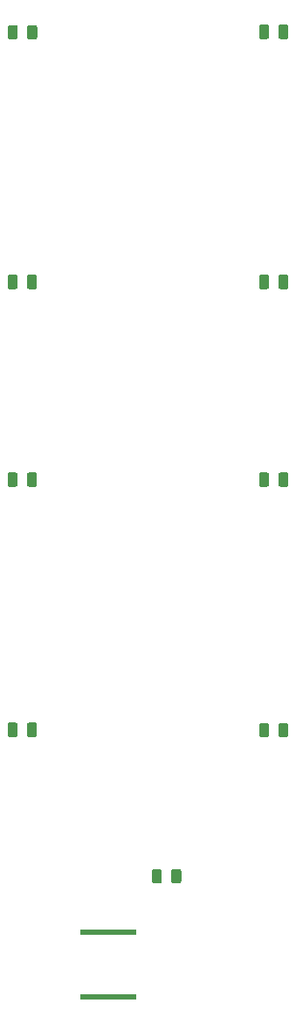
<source format=gbr>
G04 #@! TF.GenerationSoftware,KiCad,Pcbnew,(5.1.5)-3*
G04 #@! TF.CreationDate,2021-01-10T16:49:42-06:00*
G04 #@! TF.ProjectId,Controls-LightingPCB,436f6e74-726f-46c7-932d-4c6967687469,rev?*
G04 #@! TF.SameCoordinates,Original*
G04 #@! TF.FileFunction,Paste,Bot*
G04 #@! TF.FilePolarity,Positive*
%FSLAX46Y46*%
G04 Gerber Fmt 4.6, Leading zero omitted, Abs format (unit mm)*
G04 Created by KiCad (PCBNEW (5.1.5)-3) date 2021-01-10 16:49:42*
%MOMM*%
%LPD*%
G04 APERTURE LIST*
%ADD10R,5.410200X0.558800*%
%ADD11C,0.100000*%
G04 APERTURE END LIST*
D10*
X151914600Y-154740800D03*
X151914600Y-160989200D03*
D11*
G36*
X156904142Y-148620174D02*
G01*
X156927803Y-148623684D01*
X156951007Y-148629496D01*
X156973529Y-148637554D01*
X156995153Y-148647782D01*
X157015670Y-148660079D01*
X157034883Y-148674329D01*
X157052607Y-148690393D01*
X157068671Y-148708117D01*
X157082921Y-148727330D01*
X157095218Y-148747847D01*
X157105446Y-148769471D01*
X157113504Y-148791993D01*
X157119316Y-148815197D01*
X157122826Y-148838858D01*
X157124000Y-148862750D01*
X157124000Y-149775250D01*
X157122826Y-149799142D01*
X157119316Y-149822803D01*
X157113504Y-149846007D01*
X157105446Y-149868529D01*
X157095218Y-149890153D01*
X157082921Y-149910670D01*
X157068671Y-149929883D01*
X157052607Y-149947607D01*
X157034883Y-149963671D01*
X157015670Y-149977921D01*
X156995153Y-149990218D01*
X156973529Y-150000446D01*
X156951007Y-150008504D01*
X156927803Y-150014316D01*
X156904142Y-150017826D01*
X156880250Y-150019000D01*
X156392750Y-150019000D01*
X156368858Y-150017826D01*
X156345197Y-150014316D01*
X156321993Y-150008504D01*
X156299471Y-150000446D01*
X156277847Y-149990218D01*
X156257330Y-149977921D01*
X156238117Y-149963671D01*
X156220393Y-149947607D01*
X156204329Y-149929883D01*
X156190079Y-149910670D01*
X156177782Y-149890153D01*
X156167554Y-149868529D01*
X156159496Y-149846007D01*
X156153684Y-149822803D01*
X156150174Y-149799142D01*
X156149000Y-149775250D01*
X156149000Y-148862750D01*
X156150174Y-148838858D01*
X156153684Y-148815197D01*
X156159496Y-148791993D01*
X156167554Y-148769471D01*
X156177782Y-148747847D01*
X156190079Y-148727330D01*
X156204329Y-148708117D01*
X156220393Y-148690393D01*
X156238117Y-148674329D01*
X156257330Y-148660079D01*
X156277847Y-148647782D01*
X156299471Y-148637554D01*
X156321993Y-148629496D01*
X156345197Y-148623684D01*
X156368858Y-148620174D01*
X156392750Y-148619000D01*
X156880250Y-148619000D01*
X156904142Y-148620174D01*
G37*
G36*
X158779142Y-148620174D02*
G01*
X158802803Y-148623684D01*
X158826007Y-148629496D01*
X158848529Y-148637554D01*
X158870153Y-148647782D01*
X158890670Y-148660079D01*
X158909883Y-148674329D01*
X158927607Y-148690393D01*
X158943671Y-148708117D01*
X158957921Y-148727330D01*
X158970218Y-148747847D01*
X158980446Y-148769471D01*
X158988504Y-148791993D01*
X158994316Y-148815197D01*
X158997826Y-148838858D01*
X158999000Y-148862750D01*
X158999000Y-149775250D01*
X158997826Y-149799142D01*
X158994316Y-149822803D01*
X158988504Y-149846007D01*
X158980446Y-149868529D01*
X158970218Y-149890153D01*
X158957921Y-149910670D01*
X158943671Y-149929883D01*
X158927607Y-149947607D01*
X158909883Y-149963671D01*
X158890670Y-149977921D01*
X158870153Y-149990218D01*
X158848529Y-150000446D01*
X158826007Y-150008504D01*
X158802803Y-150014316D01*
X158779142Y-150017826D01*
X158755250Y-150019000D01*
X158267750Y-150019000D01*
X158243858Y-150017826D01*
X158220197Y-150014316D01*
X158196993Y-150008504D01*
X158174471Y-150000446D01*
X158152847Y-149990218D01*
X158132330Y-149977921D01*
X158113117Y-149963671D01*
X158095393Y-149947607D01*
X158079329Y-149929883D01*
X158065079Y-149910670D01*
X158052782Y-149890153D01*
X158042554Y-149868529D01*
X158034496Y-149846007D01*
X158028684Y-149822803D01*
X158025174Y-149799142D01*
X158024000Y-149775250D01*
X158024000Y-148862750D01*
X158025174Y-148838858D01*
X158028684Y-148815197D01*
X158034496Y-148791993D01*
X158042554Y-148769471D01*
X158052782Y-148747847D01*
X158065079Y-148727330D01*
X158079329Y-148708117D01*
X158095393Y-148690393D01*
X158113117Y-148674329D01*
X158132330Y-148660079D01*
X158152847Y-148647782D01*
X158174471Y-148637554D01*
X158196993Y-148629496D01*
X158220197Y-148623684D01*
X158243858Y-148620174D01*
X158267750Y-148619000D01*
X158755250Y-148619000D01*
X158779142Y-148620174D01*
G37*
G36*
X142908142Y-110222306D02*
G01*
X142931803Y-110225816D01*
X142955007Y-110231628D01*
X142977529Y-110239686D01*
X142999153Y-110249914D01*
X143019670Y-110262211D01*
X143038883Y-110276461D01*
X143056607Y-110292525D01*
X143072671Y-110310249D01*
X143086921Y-110329462D01*
X143099218Y-110349979D01*
X143109446Y-110371603D01*
X143117504Y-110394125D01*
X143123316Y-110417329D01*
X143126826Y-110440990D01*
X143128000Y-110464882D01*
X143128000Y-111377382D01*
X143126826Y-111401274D01*
X143123316Y-111424935D01*
X143117504Y-111448139D01*
X143109446Y-111470661D01*
X143099218Y-111492285D01*
X143086921Y-111512802D01*
X143072671Y-111532015D01*
X143056607Y-111549739D01*
X143038883Y-111565803D01*
X143019670Y-111580053D01*
X142999153Y-111592350D01*
X142977529Y-111602578D01*
X142955007Y-111610636D01*
X142931803Y-111616448D01*
X142908142Y-111619958D01*
X142884250Y-111621132D01*
X142396750Y-111621132D01*
X142372858Y-111619958D01*
X142349197Y-111616448D01*
X142325993Y-111610636D01*
X142303471Y-111602578D01*
X142281847Y-111592350D01*
X142261330Y-111580053D01*
X142242117Y-111565803D01*
X142224393Y-111549739D01*
X142208329Y-111532015D01*
X142194079Y-111512802D01*
X142181782Y-111492285D01*
X142171554Y-111470661D01*
X142163496Y-111448139D01*
X142157684Y-111424935D01*
X142154174Y-111401274D01*
X142153000Y-111377382D01*
X142153000Y-110464882D01*
X142154174Y-110440990D01*
X142157684Y-110417329D01*
X142163496Y-110394125D01*
X142171554Y-110371603D01*
X142181782Y-110349979D01*
X142194079Y-110329462D01*
X142208329Y-110310249D01*
X142224393Y-110292525D01*
X142242117Y-110276461D01*
X142261330Y-110262211D01*
X142281847Y-110249914D01*
X142303471Y-110239686D01*
X142325993Y-110231628D01*
X142349197Y-110225816D01*
X142372858Y-110222306D01*
X142396750Y-110221132D01*
X142884250Y-110221132D01*
X142908142Y-110222306D01*
G37*
G36*
X144783142Y-110222306D02*
G01*
X144806803Y-110225816D01*
X144830007Y-110231628D01*
X144852529Y-110239686D01*
X144874153Y-110249914D01*
X144894670Y-110262211D01*
X144913883Y-110276461D01*
X144931607Y-110292525D01*
X144947671Y-110310249D01*
X144961921Y-110329462D01*
X144974218Y-110349979D01*
X144984446Y-110371603D01*
X144992504Y-110394125D01*
X144998316Y-110417329D01*
X145001826Y-110440990D01*
X145003000Y-110464882D01*
X145003000Y-111377382D01*
X145001826Y-111401274D01*
X144998316Y-111424935D01*
X144992504Y-111448139D01*
X144984446Y-111470661D01*
X144974218Y-111492285D01*
X144961921Y-111512802D01*
X144947671Y-111532015D01*
X144931607Y-111549739D01*
X144913883Y-111565803D01*
X144894670Y-111580053D01*
X144874153Y-111592350D01*
X144852529Y-111602578D01*
X144830007Y-111610636D01*
X144806803Y-111616448D01*
X144783142Y-111619958D01*
X144759250Y-111621132D01*
X144271750Y-111621132D01*
X144247858Y-111619958D01*
X144224197Y-111616448D01*
X144200993Y-111610636D01*
X144178471Y-111602578D01*
X144156847Y-111592350D01*
X144136330Y-111580053D01*
X144117117Y-111565803D01*
X144099393Y-111549739D01*
X144083329Y-111532015D01*
X144069079Y-111512802D01*
X144056782Y-111492285D01*
X144046554Y-111470661D01*
X144038496Y-111448139D01*
X144032684Y-111424935D01*
X144029174Y-111401274D01*
X144028000Y-111377382D01*
X144028000Y-110464882D01*
X144029174Y-110440990D01*
X144032684Y-110417329D01*
X144038496Y-110394125D01*
X144046554Y-110371603D01*
X144056782Y-110349979D01*
X144069079Y-110329462D01*
X144083329Y-110310249D01*
X144099393Y-110292525D01*
X144117117Y-110276461D01*
X144136330Y-110262211D01*
X144156847Y-110249914D01*
X144178471Y-110239686D01*
X144200993Y-110231628D01*
X144224197Y-110225816D01*
X144247858Y-110222306D01*
X144271750Y-110221132D01*
X144759250Y-110221132D01*
X144783142Y-110222306D01*
G37*
G36*
X142930142Y-66901174D02*
G01*
X142953803Y-66904684D01*
X142977007Y-66910496D01*
X142999529Y-66918554D01*
X143021153Y-66928782D01*
X143041670Y-66941079D01*
X143060883Y-66955329D01*
X143078607Y-66971393D01*
X143094671Y-66989117D01*
X143108921Y-67008330D01*
X143121218Y-67028847D01*
X143131446Y-67050471D01*
X143139504Y-67072993D01*
X143145316Y-67096197D01*
X143148826Y-67119858D01*
X143150000Y-67143750D01*
X143150000Y-68056250D01*
X143148826Y-68080142D01*
X143145316Y-68103803D01*
X143139504Y-68127007D01*
X143131446Y-68149529D01*
X143121218Y-68171153D01*
X143108921Y-68191670D01*
X143094671Y-68210883D01*
X143078607Y-68228607D01*
X143060883Y-68244671D01*
X143041670Y-68258921D01*
X143021153Y-68271218D01*
X142999529Y-68281446D01*
X142977007Y-68289504D01*
X142953803Y-68295316D01*
X142930142Y-68298826D01*
X142906250Y-68300000D01*
X142418750Y-68300000D01*
X142394858Y-68298826D01*
X142371197Y-68295316D01*
X142347993Y-68289504D01*
X142325471Y-68281446D01*
X142303847Y-68271218D01*
X142283330Y-68258921D01*
X142264117Y-68244671D01*
X142246393Y-68228607D01*
X142230329Y-68210883D01*
X142216079Y-68191670D01*
X142203782Y-68171153D01*
X142193554Y-68149529D01*
X142185496Y-68127007D01*
X142179684Y-68103803D01*
X142176174Y-68080142D01*
X142175000Y-68056250D01*
X142175000Y-67143750D01*
X142176174Y-67119858D01*
X142179684Y-67096197D01*
X142185496Y-67072993D01*
X142193554Y-67050471D01*
X142203782Y-67028847D01*
X142216079Y-67008330D01*
X142230329Y-66989117D01*
X142246393Y-66971393D01*
X142264117Y-66955329D01*
X142283330Y-66941079D01*
X142303847Y-66928782D01*
X142325471Y-66918554D01*
X142347993Y-66910496D01*
X142371197Y-66904684D01*
X142394858Y-66901174D01*
X142418750Y-66900000D01*
X142906250Y-66900000D01*
X142930142Y-66901174D01*
G37*
G36*
X144805142Y-66901174D02*
G01*
X144828803Y-66904684D01*
X144852007Y-66910496D01*
X144874529Y-66918554D01*
X144896153Y-66928782D01*
X144916670Y-66941079D01*
X144935883Y-66955329D01*
X144953607Y-66971393D01*
X144969671Y-66989117D01*
X144983921Y-67008330D01*
X144996218Y-67028847D01*
X145006446Y-67050471D01*
X145014504Y-67072993D01*
X145020316Y-67096197D01*
X145023826Y-67119858D01*
X145025000Y-67143750D01*
X145025000Y-68056250D01*
X145023826Y-68080142D01*
X145020316Y-68103803D01*
X145014504Y-68127007D01*
X145006446Y-68149529D01*
X144996218Y-68171153D01*
X144983921Y-68191670D01*
X144969671Y-68210883D01*
X144953607Y-68228607D01*
X144935883Y-68244671D01*
X144916670Y-68258921D01*
X144896153Y-68271218D01*
X144874529Y-68281446D01*
X144852007Y-68289504D01*
X144828803Y-68295316D01*
X144805142Y-68298826D01*
X144781250Y-68300000D01*
X144293750Y-68300000D01*
X144269858Y-68298826D01*
X144246197Y-68295316D01*
X144222993Y-68289504D01*
X144200471Y-68281446D01*
X144178847Y-68271218D01*
X144158330Y-68258921D01*
X144139117Y-68244671D01*
X144121393Y-68228607D01*
X144105329Y-68210883D01*
X144091079Y-68191670D01*
X144078782Y-68171153D01*
X144068554Y-68149529D01*
X144060496Y-68127007D01*
X144054684Y-68103803D01*
X144051174Y-68080142D01*
X144050000Y-68056250D01*
X144050000Y-67143750D01*
X144051174Y-67119858D01*
X144054684Y-67096197D01*
X144060496Y-67072993D01*
X144068554Y-67050471D01*
X144078782Y-67028847D01*
X144091079Y-67008330D01*
X144105329Y-66989117D01*
X144121393Y-66971393D01*
X144139117Y-66955329D01*
X144158330Y-66941079D01*
X144178847Y-66928782D01*
X144200471Y-66918554D01*
X144222993Y-66910496D01*
X144246197Y-66904684D01*
X144269858Y-66901174D01*
X144293750Y-66900000D01*
X144781250Y-66900000D01*
X144805142Y-66901174D01*
G37*
G36*
X142908142Y-134438874D02*
G01*
X142931803Y-134442384D01*
X142955007Y-134448196D01*
X142977529Y-134456254D01*
X142999153Y-134466482D01*
X143019670Y-134478779D01*
X143038883Y-134493029D01*
X143056607Y-134509093D01*
X143072671Y-134526817D01*
X143086921Y-134546030D01*
X143099218Y-134566547D01*
X143109446Y-134588171D01*
X143117504Y-134610693D01*
X143123316Y-134633897D01*
X143126826Y-134657558D01*
X143128000Y-134681450D01*
X143128000Y-135593950D01*
X143126826Y-135617842D01*
X143123316Y-135641503D01*
X143117504Y-135664707D01*
X143109446Y-135687229D01*
X143099218Y-135708853D01*
X143086921Y-135729370D01*
X143072671Y-135748583D01*
X143056607Y-135766307D01*
X143038883Y-135782371D01*
X143019670Y-135796621D01*
X142999153Y-135808918D01*
X142977529Y-135819146D01*
X142955007Y-135827204D01*
X142931803Y-135833016D01*
X142908142Y-135836526D01*
X142884250Y-135837700D01*
X142396750Y-135837700D01*
X142372858Y-135836526D01*
X142349197Y-135833016D01*
X142325993Y-135827204D01*
X142303471Y-135819146D01*
X142281847Y-135808918D01*
X142261330Y-135796621D01*
X142242117Y-135782371D01*
X142224393Y-135766307D01*
X142208329Y-135748583D01*
X142194079Y-135729370D01*
X142181782Y-135708853D01*
X142171554Y-135687229D01*
X142163496Y-135664707D01*
X142157684Y-135641503D01*
X142154174Y-135617842D01*
X142153000Y-135593950D01*
X142153000Y-134681450D01*
X142154174Y-134657558D01*
X142157684Y-134633897D01*
X142163496Y-134610693D01*
X142171554Y-134588171D01*
X142181782Y-134566547D01*
X142194079Y-134546030D01*
X142208329Y-134526817D01*
X142224393Y-134509093D01*
X142242117Y-134493029D01*
X142261330Y-134478779D01*
X142281847Y-134466482D01*
X142303471Y-134456254D01*
X142325993Y-134448196D01*
X142349197Y-134442384D01*
X142372858Y-134438874D01*
X142396750Y-134437700D01*
X142884250Y-134437700D01*
X142908142Y-134438874D01*
G37*
G36*
X144783142Y-134438874D02*
G01*
X144806803Y-134442384D01*
X144830007Y-134448196D01*
X144852529Y-134456254D01*
X144874153Y-134466482D01*
X144894670Y-134478779D01*
X144913883Y-134493029D01*
X144931607Y-134509093D01*
X144947671Y-134526817D01*
X144961921Y-134546030D01*
X144974218Y-134566547D01*
X144984446Y-134588171D01*
X144992504Y-134610693D01*
X144998316Y-134633897D01*
X145001826Y-134657558D01*
X145003000Y-134681450D01*
X145003000Y-135593950D01*
X145001826Y-135617842D01*
X144998316Y-135641503D01*
X144992504Y-135664707D01*
X144984446Y-135687229D01*
X144974218Y-135708853D01*
X144961921Y-135729370D01*
X144947671Y-135748583D01*
X144931607Y-135766307D01*
X144913883Y-135782371D01*
X144894670Y-135796621D01*
X144874153Y-135808918D01*
X144852529Y-135819146D01*
X144830007Y-135827204D01*
X144806803Y-135833016D01*
X144783142Y-135836526D01*
X144759250Y-135837700D01*
X144271750Y-135837700D01*
X144247858Y-135836526D01*
X144224197Y-135833016D01*
X144200993Y-135827204D01*
X144178471Y-135819146D01*
X144156847Y-135808918D01*
X144136330Y-135796621D01*
X144117117Y-135782371D01*
X144099393Y-135766307D01*
X144083329Y-135748583D01*
X144069079Y-135729370D01*
X144056782Y-135708853D01*
X144046554Y-135687229D01*
X144038496Y-135664707D01*
X144032684Y-135641503D01*
X144029174Y-135617842D01*
X144028000Y-135593950D01*
X144028000Y-134681450D01*
X144029174Y-134657558D01*
X144032684Y-134633897D01*
X144038496Y-134610693D01*
X144046554Y-134588171D01*
X144056782Y-134566547D01*
X144069079Y-134546030D01*
X144083329Y-134526817D01*
X144099393Y-134509093D01*
X144117117Y-134493029D01*
X144136330Y-134478779D01*
X144156847Y-134466482D01*
X144178471Y-134456254D01*
X144200993Y-134448196D01*
X144224197Y-134442384D01*
X144247858Y-134438874D01*
X144271750Y-134437700D01*
X144759250Y-134437700D01*
X144783142Y-134438874D01*
G37*
G36*
X142908142Y-91085740D02*
G01*
X142931803Y-91089250D01*
X142955007Y-91095062D01*
X142977529Y-91103120D01*
X142999153Y-91113348D01*
X143019670Y-91125645D01*
X143038883Y-91139895D01*
X143056607Y-91155959D01*
X143072671Y-91173683D01*
X143086921Y-91192896D01*
X143099218Y-91213413D01*
X143109446Y-91235037D01*
X143117504Y-91257559D01*
X143123316Y-91280763D01*
X143126826Y-91304424D01*
X143128000Y-91328316D01*
X143128000Y-92240816D01*
X143126826Y-92264708D01*
X143123316Y-92288369D01*
X143117504Y-92311573D01*
X143109446Y-92334095D01*
X143099218Y-92355719D01*
X143086921Y-92376236D01*
X143072671Y-92395449D01*
X143056607Y-92413173D01*
X143038883Y-92429237D01*
X143019670Y-92443487D01*
X142999153Y-92455784D01*
X142977529Y-92466012D01*
X142955007Y-92474070D01*
X142931803Y-92479882D01*
X142908142Y-92483392D01*
X142884250Y-92484566D01*
X142396750Y-92484566D01*
X142372858Y-92483392D01*
X142349197Y-92479882D01*
X142325993Y-92474070D01*
X142303471Y-92466012D01*
X142281847Y-92455784D01*
X142261330Y-92443487D01*
X142242117Y-92429237D01*
X142224393Y-92413173D01*
X142208329Y-92395449D01*
X142194079Y-92376236D01*
X142181782Y-92355719D01*
X142171554Y-92334095D01*
X142163496Y-92311573D01*
X142157684Y-92288369D01*
X142154174Y-92264708D01*
X142153000Y-92240816D01*
X142153000Y-91328316D01*
X142154174Y-91304424D01*
X142157684Y-91280763D01*
X142163496Y-91257559D01*
X142171554Y-91235037D01*
X142181782Y-91213413D01*
X142194079Y-91192896D01*
X142208329Y-91173683D01*
X142224393Y-91155959D01*
X142242117Y-91139895D01*
X142261330Y-91125645D01*
X142281847Y-91113348D01*
X142303471Y-91103120D01*
X142325993Y-91095062D01*
X142349197Y-91089250D01*
X142372858Y-91085740D01*
X142396750Y-91084566D01*
X142884250Y-91084566D01*
X142908142Y-91085740D01*
G37*
G36*
X144783142Y-91085740D02*
G01*
X144806803Y-91089250D01*
X144830007Y-91095062D01*
X144852529Y-91103120D01*
X144874153Y-91113348D01*
X144894670Y-91125645D01*
X144913883Y-91139895D01*
X144931607Y-91155959D01*
X144947671Y-91173683D01*
X144961921Y-91192896D01*
X144974218Y-91213413D01*
X144984446Y-91235037D01*
X144992504Y-91257559D01*
X144998316Y-91280763D01*
X145001826Y-91304424D01*
X145003000Y-91328316D01*
X145003000Y-92240816D01*
X145001826Y-92264708D01*
X144998316Y-92288369D01*
X144992504Y-92311573D01*
X144984446Y-92334095D01*
X144974218Y-92355719D01*
X144961921Y-92376236D01*
X144947671Y-92395449D01*
X144931607Y-92413173D01*
X144913883Y-92429237D01*
X144894670Y-92443487D01*
X144874153Y-92455784D01*
X144852529Y-92466012D01*
X144830007Y-92474070D01*
X144806803Y-92479882D01*
X144783142Y-92483392D01*
X144759250Y-92484566D01*
X144271750Y-92484566D01*
X144247858Y-92483392D01*
X144224197Y-92479882D01*
X144200993Y-92474070D01*
X144178471Y-92466012D01*
X144156847Y-92455784D01*
X144136330Y-92443487D01*
X144117117Y-92429237D01*
X144099393Y-92413173D01*
X144083329Y-92395449D01*
X144069079Y-92376236D01*
X144056782Y-92355719D01*
X144046554Y-92334095D01*
X144038496Y-92311573D01*
X144032684Y-92288369D01*
X144029174Y-92264708D01*
X144028000Y-92240816D01*
X144028000Y-91328316D01*
X144029174Y-91304424D01*
X144032684Y-91280763D01*
X144038496Y-91257559D01*
X144046554Y-91235037D01*
X144056782Y-91213413D01*
X144069079Y-91192896D01*
X144083329Y-91173683D01*
X144099393Y-91155959D01*
X144117117Y-91139895D01*
X144136330Y-91125645D01*
X144156847Y-91113348D01*
X144178471Y-91103120D01*
X144200993Y-91095062D01*
X144224197Y-91089250D01*
X144247858Y-91085740D01*
X144271750Y-91084566D01*
X144759250Y-91084566D01*
X144783142Y-91085740D01*
G37*
G36*
X169167142Y-110222306D02*
G01*
X169190803Y-110225816D01*
X169214007Y-110231628D01*
X169236529Y-110239686D01*
X169258153Y-110249914D01*
X169278670Y-110262211D01*
X169297883Y-110276461D01*
X169315607Y-110292525D01*
X169331671Y-110310249D01*
X169345921Y-110329462D01*
X169358218Y-110349979D01*
X169368446Y-110371603D01*
X169376504Y-110394125D01*
X169382316Y-110417329D01*
X169385826Y-110440990D01*
X169387000Y-110464882D01*
X169387000Y-111377382D01*
X169385826Y-111401274D01*
X169382316Y-111424935D01*
X169376504Y-111448139D01*
X169368446Y-111470661D01*
X169358218Y-111492285D01*
X169345921Y-111512802D01*
X169331671Y-111532015D01*
X169315607Y-111549739D01*
X169297883Y-111565803D01*
X169278670Y-111580053D01*
X169258153Y-111592350D01*
X169236529Y-111602578D01*
X169214007Y-111610636D01*
X169190803Y-111616448D01*
X169167142Y-111619958D01*
X169143250Y-111621132D01*
X168655750Y-111621132D01*
X168631858Y-111619958D01*
X168608197Y-111616448D01*
X168584993Y-111610636D01*
X168562471Y-111602578D01*
X168540847Y-111592350D01*
X168520330Y-111580053D01*
X168501117Y-111565803D01*
X168483393Y-111549739D01*
X168467329Y-111532015D01*
X168453079Y-111512802D01*
X168440782Y-111492285D01*
X168430554Y-111470661D01*
X168422496Y-111448139D01*
X168416684Y-111424935D01*
X168413174Y-111401274D01*
X168412000Y-111377382D01*
X168412000Y-110464882D01*
X168413174Y-110440990D01*
X168416684Y-110417329D01*
X168422496Y-110394125D01*
X168430554Y-110371603D01*
X168440782Y-110349979D01*
X168453079Y-110329462D01*
X168467329Y-110310249D01*
X168483393Y-110292525D01*
X168501117Y-110276461D01*
X168520330Y-110262211D01*
X168540847Y-110249914D01*
X168562471Y-110239686D01*
X168584993Y-110231628D01*
X168608197Y-110225816D01*
X168631858Y-110222306D01*
X168655750Y-110221132D01*
X169143250Y-110221132D01*
X169167142Y-110222306D01*
G37*
G36*
X167292142Y-110222306D02*
G01*
X167315803Y-110225816D01*
X167339007Y-110231628D01*
X167361529Y-110239686D01*
X167383153Y-110249914D01*
X167403670Y-110262211D01*
X167422883Y-110276461D01*
X167440607Y-110292525D01*
X167456671Y-110310249D01*
X167470921Y-110329462D01*
X167483218Y-110349979D01*
X167493446Y-110371603D01*
X167501504Y-110394125D01*
X167507316Y-110417329D01*
X167510826Y-110440990D01*
X167512000Y-110464882D01*
X167512000Y-111377382D01*
X167510826Y-111401274D01*
X167507316Y-111424935D01*
X167501504Y-111448139D01*
X167493446Y-111470661D01*
X167483218Y-111492285D01*
X167470921Y-111512802D01*
X167456671Y-111532015D01*
X167440607Y-111549739D01*
X167422883Y-111565803D01*
X167403670Y-111580053D01*
X167383153Y-111592350D01*
X167361529Y-111602578D01*
X167339007Y-111610636D01*
X167315803Y-111616448D01*
X167292142Y-111619958D01*
X167268250Y-111621132D01*
X166780750Y-111621132D01*
X166756858Y-111619958D01*
X166733197Y-111616448D01*
X166709993Y-111610636D01*
X166687471Y-111602578D01*
X166665847Y-111592350D01*
X166645330Y-111580053D01*
X166626117Y-111565803D01*
X166608393Y-111549739D01*
X166592329Y-111532015D01*
X166578079Y-111512802D01*
X166565782Y-111492285D01*
X166555554Y-111470661D01*
X166547496Y-111448139D01*
X166541684Y-111424935D01*
X166538174Y-111401274D01*
X166537000Y-111377382D01*
X166537000Y-110464882D01*
X166538174Y-110440990D01*
X166541684Y-110417329D01*
X166547496Y-110394125D01*
X166555554Y-110371603D01*
X166565782Y-110349979D01*
X166578079Y-110329462D01*
X166592329Y-110310249D01*
X166608393Y-110292525D01*
X166626117Y-110276461D01*
X166645330Y-110262211D01*
X166665847Y-110249914D01*
X166687471Y-110239686D01*
X166709993Y-110231628D01*
X166733197Y-110225816D01*
X166756858Y-110222306D01*
X166780750Y-110221132D01*
X167268250Y-110221132D01*
X167292142Y-110222306D01*
G37*
G36*
X169167142Y-134472374D02*
G01*
X169190803Y-134475884D01*
X169214007Y-134481696D01*
X169236529Y-134489754D01*
X169258153Y-134499982D01*
X169278670Y-134512279D01*
X169297883Y-134526529D01*
X169315607Y-134542593D01*
X169331671Y-134560317D01*
X169345921Y-134579530D01*
X169358218Y-134600047D01*
X169368446Y-134621671D01*
X169376504Y-134644193D01*
X169382316Y-134667397D01*
X169385826Y-134691058D01*
X169387000Y-134714950D01*
X169387000Y-135627450D01*
X169385826Y-135651342D01*
X169382316Y-135675003D01*
X169376504Y-135698207D01*
X169368446Y-135720729D01*
X169358218Y-135742353D01*
X169345921Y-135762870D01*
X169331671Y-135782083D01*
X169315607Y-135799807D01*
X169297883Y-135815871D01*
X169278670Y-135830121D01*
X169258153Y-135842418D01*
X169236529Y-135852646D01*
X169214007Y-135860704D01*
X169190803Y-135866516D01*
X169167142Y-135870026D01*
X169143250Y-135871200D01*
X168655750Y-135871200D01*
X168631858Y-135870026D01*
X168608197Y-135866516D01*
X168584993Y-135860704D01*
X168562471Y-135852646D01*
X168540847Y-135842418D01*
X168520330Y-135830121D01*
X168501117Y-135815871D01*
X168483393Y-135799807D01*
X168467329Y-135782083D01*
X168453079Y-135762870D01*
X168440782Y-135742353D01*
X168430554Y-135720729D01*
X168422496Y-135698207D01*
X168416684Y-135675003D01*
X168413174Y-135651342D01*
X168412000Y-135627450D01*
X168412000Y-134714950D01*
X168413174Y-134691058D01*
X168416684Y-134667397D01*
X168422496Y-134644193D01*
X168430554Y-134621671D01*
X168440782Y-134600047D01*
X168453079Y-134579530D01*
X168467329Y-134560317D01*
X168483393Y-134542593D01*
X168501117Y-134526529D01*
X168520330Y-134512279D01*
X168540847Y-134499982D01*
X168562471Y-134489754D01*
X168584993Y-134481696D01*
X168608197Y-134475884D01*
X168631858Y-134472374D01*
X168655750Y-134471200D01*
X169143250Y-134471200D01*
X169167142Y-134472374D01*
G37*
G36*
X167292142Y-134472374D02*
G01*
X167315803Y-134475884D01*
X167339007Y-134481696D01*
X167361529Y-134489754D01*
X167383153Y-134499982D01*
X167403670Y-134512279D01*
X167422883Y-134526529D01*
X167440607Y-134542593D01*
X167456671Y-134560317D01*
X167470921Y-134579530D01*
X167483218Y-134600047D01*
X167493446Y-134621671D01*
X167501504Y-134644193D01*
X167507316Y-134667397D01*
X167510826Y-134691058D01*
X167512000Y-134714950D01*
X167512000Y-135627450D01*
X167510826Y-135651342D01*
X167507316Y-135675003D01*
X167501504Y-135698207D01*
X167493446Y-135720729D01*
X167483218Y-135742353D01*
X167470921Y-135762870D01*
X167456671Y-135782083D01*
X167440607Y-135799807D01*
X167422883Y-135815871D01*
X167403670Y-135830121D01*
X167383153Y-135842418D01*
X167361529Y-135852646D01*
X167339007Y-135860704D01*
X167315803Y-135866516D01*
X167292142Y-135870026D01*
X167268250Y-135871200D01*
X166780750Y-135871200D01*
X166756858Y-135870026D01*
X166733197Y-135866516D01*
X166709993Y-135860704D01*
X166687471Y-135852646D01*
X166665847Y-135842418D01*
X166645330Y-135830121D01*
X166626117Y-135815871D01*
X166608393Y-135799807D01*
X166592329Y-135782083D01*
X166578079Y-135762870D01*
X166565782Y-135742353D01*
X166555554Y-135720729D01*
X166547496Y-135698207D01*
X166541684Y-135675003D01*
X166538174Y-135651342D01*
X166537000Y-135627450D01*
X166537000Y-134714950D01*
X166538174Y-134691058D01*
X166541684Y-134667397D01*
X166547496Y-134644193D01*
X166555554Y-134621671D01*
X166565782Y-134600047D01*
X166578079Y-134579530D01*
X166592329Y-134560317D01*
X166608393Y-134542593D01*
X166626117Y-134526529D01*
X166645330Y-134512279D01*
X166665847Y-134499982D01*
X166687471Y-134489754D01*
X166709993Y-134481696D01*
X166733197Y-134475884D01*
X166756858Y-134472374D01*
X166780750Y-134471200D01*
X167268250Y-134471200D01*
X167292142Y-134472374D01*
G37*
G36*
X167292142Y-66869174D02*
G01*
X167315803Y-66872684D01*
X167339007Y-66878496D01*
X167361529Y-66886554D01*
X167383153Y-66896782D01*
X167403670Y-66909079D01*
X167422883Y-66923329D01*
X167440607Y-66939393D01*
X167456671Y-66957117D01*
X167470921Y-66976330D01*
X167483218Y-66996847D01*
X167493446Y-67018471D01*
X167501504Y-67040993D01*
X167507316Y-67064197D01*
X167510826Y-67087858D01*
X167512000Y-67111750D01*
X167512000Y-68024250D01*
X167510826Y-68048142D01*
X167507316Y-68071803D01*
X167501504Y-68095007D01*
X167493446Y-68117529D01*
X167483218Y-68139153D01*
X167470921Y-68159670D01*
X167456671Y-68178883D01*
X167440607Y-68196607D01*
X167422883Y-68212671D01*
X167403670Y-68226921D01*
X167383153Y-68239218D01*
X167361529Y-68249446D01*
X167339007Y-68257504D01*
X167315803Y-68263316D01*
X167292142Y-68266826D01*
X167268250Y-68268000D01*
X166780750Y-68268000D01*
X166756858Y-68266826D01*
X166733197Y-68263316D01*
X166709993Y-68257504D01*
X166687471Y-68249446D01*
X166665847Y-68239218D01*
X166645330Y-68226921D01*
X166626117Y-68212671D01*
X166608393Y-68196607D01*
X166592329Y-68178883D01*
X166578079Y-68159670D01*
X166565782Y-68139153D01*
X166555554Y-68117529D01*
X166547496Y-68095007D01*
X166541684Y-68071803D01*
X166538174Y-68048142D01*
X166537000Y-68024250D01*
X166537000Y-67111750D01*
X166538174Y-67087858D01*
X166541684Y-67064197D01*
X166547496Y-67040993D01*
X166555554Y-67018471D01*
X166565782Y-66996847D01*
X166578079Y-66976330D01*
X166592329Y-66957117D01*
X166608393Y-66939393D01*
X166626117Y-66923329D01*
X166645330Y-66909079D01*
X166665847Y-66896782D01*
X166687471Y-66886554D01*
X166709993Y-66878496D01*
X166733197Y-66872684D01*
X166756858Y-66869174D01*
X166780750Y-66868000D01*
X167268250Y-66868000D01*
X167292142Y-66869174D01*
G37*
G36*
X169167142Y-66869174D02*
G01*
X169190803Y-66872684D01*
X169214007Y-66878496D01*
X169236529Y-66886554D01*
X169258153Y-66896782D01*
X169278670Y-66909079D01*
X169297883Y-66923329D01*
X169315607Y-66939393D01*
X169331671Y-66957117D01*
X169345921Y-66976330D01*
X169358218Y-66996847D01*
X169368446Y-67018471D01*
X169376504Y-67040993D01*
X169382316Y-67064197D01*
X169385826Y-67087858D01*
X169387000Y-67111750D01*
X169387000Y-68024250D01*
X169385826Y-68048142D01*
X169382316Y-68071803D01*
X169376504Y-68095007D01*
X169368446Y-68117529D01*
X169358218Y-68139153D01*
X169345921Y-68159670D01*
X169331671Y-68178883D01*
X169315607Y-68196607D01*
X169297883Y-68212671D01*
X169278670Y-68226921D01*
X169258153Y-68239218D01*
X169236529Y-68249446D01*
X169214007Y-68257504D01*
X169190803Y-68263316D01*
X169167142Y-68266826D01*
X169143250Y-68268000D01*
X168655750Y-68268000D01*
X168631858Y-68266826D01*
X168608197Y-68263316D01*
X168584993Y-68257504D01*
X168562471Y-68249446D01*
X168540847Y-68239218D01*
X168520330Y-68226921D01*
X168501117Y-68212671D01*
X168483393Y-68196607D01*
X168467329Y-68178883D01*
X168453079Y-68159670D01*
X168440782Y-68139153D01*
X168430554Y-68117529D01*
X168422496Y-68095007D01*
X168416684Y-68071803D01*
X168413174Y-68048142D01*
X168412000Y-68024250D01*
X168412000Y-67111750D01*
X168413174Y-67087858D01*
X168416684Y-67064197D01*
X168422496Y-67040993D01*
X168430554Y-67018471D01*
X168440782Y-66996847D01*
X168453079Y-66976330D01*
X168467329Y-66957117D01*
X168483393Y-66939393D01*
X168501117Y-66923329D01*
X168520330Y-66909079D01*
X168540847Y-66896782D01*
X168562471Y-66886554D01*
X168584993Y-66878496D01*
X168608197Y-66872684D01*
X168631858Y-66869174D01*
X168655750Y-66868000D01*
X169143250Y-66868000D01*
X169167142Y-66869174D01*
G37*
G36*
X169167142Y-91085740D02*
G01*
X169190803Y-91089250D01*
X169214007Y-91095062D01*
X169236529Y-91103120D01*
X169258153Y-91113348D01*
X169278670Y-91125645D01*
X169297883Y-91139895D01*
X169315607Y-91155959D01*
X169331671Y-91173683D01*
X169345921Y-91192896D01*
X169358218Y-91213413D01*
X169368446Y-91235037D01*
X169376504Y-91257559D01*
X169382316Y-91280763D01*
X169385826Y-91304424D01*
X169387000Y-91328316D01*
X169387000Y-92240816D01*
X169385826Y-92264708D01*
X169382316Y-92288369D01*
X169376504Y-92311573D01*
X169368446Y-92334095D01*
X169358218Y-92355719D01*
X169345921Y-92376236D01*
X169331671Y-92395449D01*
X169315607Y-92413173D01*
X169297883Y-92429237D01*
X169278670Y-92443487D01*
X169258153Y-92455784D01*
X169236529Y-92466012D01*
X169214007Y-92474070D01*
X169190803Y-92479882D01*
X169167142Y-92483392D01*
X169143250Y-92484566D01*
X168655750Y-92484566D01*
X168631858Y-92483392D01*
X168608197Y-92479882D01*
X168584993Y-92474070D01*
X168562471Y-92466012D01*
X168540847Y-92455784D01*
X168520330Y-92443487D01*
X168501117Y-92429237D01*
X168483393Y-92413173D01*
X168467329Y-92395449D01*
X168453079Y-92376236D01*
X168440782Y-92355719D01*
X168430554Y-92334095D01*
X168422496Y-92311573D01*
X168416684Y-92288369D01*
X168413174Y-92264708D01*
X168412000Y-92240816D01*
X168412000Y-91328316D01*
X168413174Y-91304424D01*
X168416684Y-91280763D01*
X168422496Y-91257559D01*
X168430554Y-91235037D01*
X168440782Y-91213413D01*
X168453079Y-91192896D01*
X168467329Y-91173683D01*
X168483393Y-91155959D01*
X168501117Y-91139895D01*
X168520330Y-91125645D01*
X168540847Y-91113348D01*
X168562471Y-91103120D01*
X168584993Y-91095062D01*
X168608197Y-91089250D01*
X168631858Y-91085740D01*
X168655750Y-91084566D01*
X169143250Y-91084566D01*
X169167142Y-91085740D01*
G37*
G36*
X167292142Y-91085740D02*
G01*
X167315803Y-91089250D01*
X167339007Y-91095062D01*
X167361529Y-91103120D01*
X167383153Y-91113348D01*
X167403670Y-91125645D01*
X167422883Y-91139895D01*
X167440607Y-91155959D01*
X167456671Y-91173683D01*
X167470921Y-91192896D01*
X167483218Y-91213413D01*
X167493446Y-91235037D01*
X167501504Y-91257559D01*
X167507316Y-91280763D01*
X167510826Y-91304424D01*
X167512000Y-91328316D01*
X167512000Y-92240816D01*
X167510826Y-92264708D01*
X167507316Y-92288369D01*
X167501504Y-92311573D01*
X167493446Y-92334095D01*
X167483218Y-92355719D01*
X167470921Y-92376236D01*
X167456671Y-92395449D01*
X167440607Y-92413173D01*
X167422883Y-92429237D01*
X167403670Y-92443487D01*
X167383153Y-92455784D01*
X167361529Y-92466012D01*
X167339007Y-92474070D01*
X167315803Y-92479882D01*
X167292142Y-92483392D01*
X167268250Y-92484566D01*
X166780750Y-92484566D01*
X166756858Y-92483392D01*
X166733197Y-92479882D01*
X166709993Y-92474070D01*
X166687471Y-92466012D01*
X166665847Y-92455784D01*
X166645330Y-92443487D01*
X166626117Y-92429237D01*
X166608393Y-92413173D01*
X166592329Y-92395449D01*
X166578079Y-92376236D01*
X166565782Y-92355719D01*
X166555554Y-92334095D01*
X166547496Y-92311573D01*
X166541684Y-92288369D01*
X166538174Y-92264708D01*
X166537000Y-92240816D01*
X166537000Y-91328316D01*
X166538174Y-91304424D01*
X166541684Y-91280763D01*
X166547496Y-91257559D01*
X166555554Y-91235037D01*
X166565782Y-91213413D01*
X166578079Y-91192896D01*
X166592329Y-91173683D01*
X166608393Y-91155959D01*
X166626117Y-91139895D01*
X166645330Y-91125645D01*
X166665847Y-91113348D01*
X166687471Y-91103120D01*
X166709993Y-91095062D01*
X166733197Y-91089250D01*
X166756858Y-91085740D01*
X166780750Y-91084566D01*
X167268250Y-91084566D01*
X167292142Y-91085740D01*
G37*
M02*

</source>
